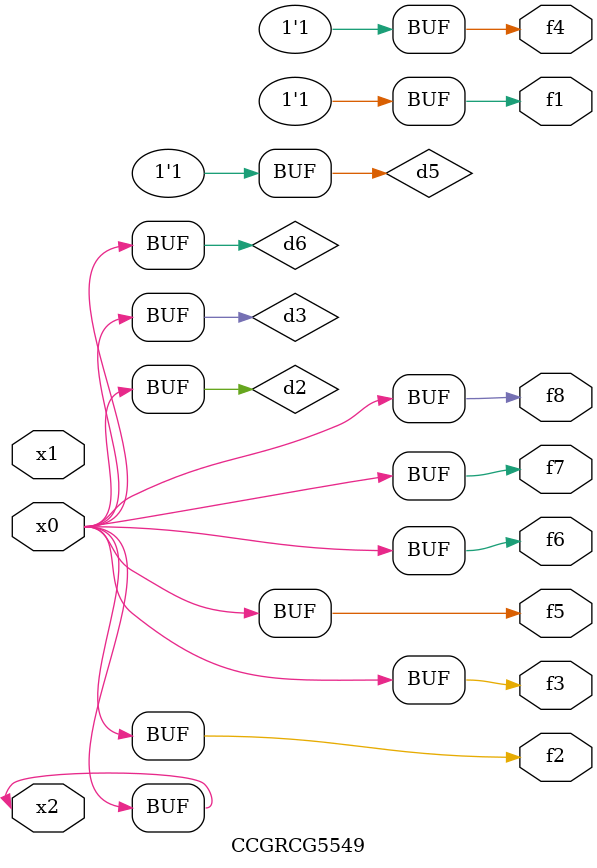
<source format=v>
module CCGRCG5549(
	input x0, x1, x2,
	output f1, f2, f3, f4, f5, f6, f7, f8
);

	wire d1, d2, d3, d4, d5, d6;

	xnor (d1, x2);
	buf (d2, x0, x2);
	and (d3, x0);
	xnor (d4, x1, x2);
	nand (d5, d1, d3);
	buf (d6, d2, d3);
	assign f1 = d5;
	assign f2 = d6;
	assign f3 = d6;
	assign f4 = d5;
	assign f5 = d6;
	assign f6 = d6;
	assign f7 = d6;
	assign f8 = d6;
endmodule

</source>
